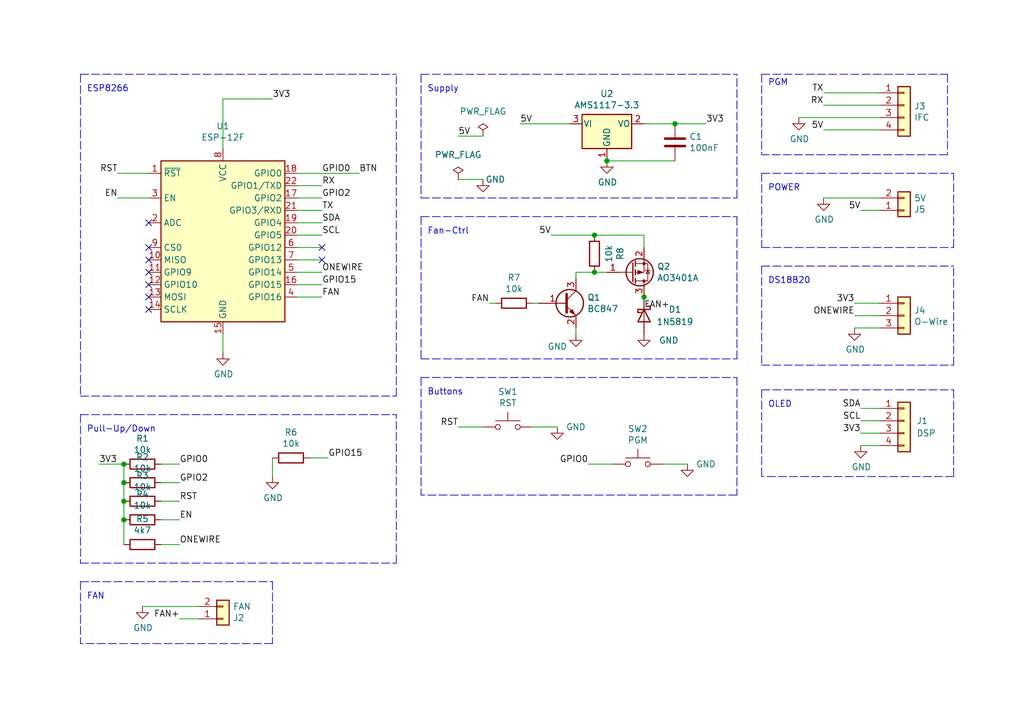
<source format=kicad_sch>
(kicad_sch (version 20211123) (generator eeschema)
  (paper "A5")
  (title_block (rev "2"))
  (lib_symbols
    (symbol "Connector_Generic:Conn_01x02" (pin_names (offset 1.016) hide)
      (property "Reference" "J" (at 0 2.54 0))
      (property "Value" "Conn_01x02" (at 0 -5.08 0))
      (symbol "Conn_01x02_1_1"
        (rectangle (start -1.27 -2.413) (end 0 -2.667) (stroke (width 0.1524)))
        (rectangle (start -1.27 0.127) (end 0 -0.127) (stroke (width 0.1524)))
        (rectangle (start -1.27 1.27) (end 1.27 -3.81) (stroke (width 0.254)) (fill (type background)))
        (pin passive line (at -5.08 0 0) (length 3.81) (name "Pin_1") (number "1"))
        (pin passive line (at -5.08 -2.54 0) (length 3.81) (name "Pin_2") (number "2"))
      )
    )
    (symbol "Connector_Generic:Conn_01x03" (pin_names (offset 1.016) hide)
      (property "Reference" "J" (at 0 5.08 0))
      (property "Value" "Conn_01x03" (at 0 -5.08 0))
      (symbol "Conn_01x03_1_1"
        (rectangle (start -1.27 -2.413) (end 0 -2.667) (stroke (width 0.1524)))
        (rectangle (start -1.27 0.127) (end 0 -0.127) (stroke (width 0.1524)))
        (rectangle (start -1.27 2.667) (end 0 2.413) (stroke (width 0.1524)))
        (rectangle (start -1.27 3.81) (end 1.27 -3.81) (stroke (width 0.254)) (fill (type background)))
        (pin passive line (at -5.08 2.54 0) (length 3.81) (name "Pin_1") (number "1"))
        (pin passive line (at -5.08 0 0) (length 3.81) (name "Pin_2") (number "2"))
        (pin passive line (at -5.08 -2.54 0) (length 3.81) (name "Pin_3") (number "3"))
      )
    )
    (symbol "Connector_Generic:Conn_01x04" (pin_names (offset 1.016) hide)
      (property "Reference" "J" (at 0 5.08 0))
      (property "Value" "Conn_01x04" (at 0 -7.62 0))
      (symbol "Conn_01x04_1_1"
        (rectangle (start -1.27 -4.953) (end 0 -5.207) (stroke (width 0.1524)))
        (rectangle (start -1.27 -2.413) (end 0 -2.667) (stroke (width 0.1524)))
        (rectangle (start -1.27 0.127) (end 0 -0.127) (stroke (width 0.1524)))
        (rectangle (start -1.27 2.667) (end 0 2.413) (stroke (width 0.1524)))
        (rectangle (start -1.27 3.81) (end 1.27 -6.35) (stroke (width 0.254)) (fill (type background)))
        (pin passive line (at -5.08 2.54 0) (length 3.81) (name "Pin_1") (number "1"))
        (pin passive line (at -5.08 0 0) (length 3.81) (name "Pin_2") (number "2"))
        (pin passive line (at -5.08 -2.54 0) (length 3.81) (name "Pin_3") (number "3"))
        (pin passive line (at -5.08 -5.08 0) (length 3.81) (name "Pin_4") (number "4"))
      )
    )
    (symbol "Device:C" (pin_numbers hide) (pin_names (offset 0.254))
      (property "Reference" "C" (at 0.635 2.54 0))
      (property "Value" "C" (at 0.635 -2.54 0))
      (symbol "C_0_1"
        (polyline (pts (xy -2.032 -0.762) (xy 2.032 -0.762)) (stroke (width 0.508)))
        (polyline (pts (xy -2.032 0.762) (xy 2.032 0.762)) (stroke (width 0.508)))
      )
      (symbol "C_1_1"
        (pin passive line (at 0 3.81 270) (length 2.794) (name "~") (number "1"))
        (pin passive line (at 0 -3.81 90) (length 2.794) (name "~") (number "2"))
      )
    )
    (symbol "Device:R" (pin_numbers hide) (pin_names (offset 0))
      (property "Reference" "R" (at 2.032 0 90))
      (property "Value" "R" (at 0 0 90))
      (symbol "R_0_1"
        (rectangle (start -1.016 -2.54) (end 1.016 2.54) (stroke (width 0.254)))
      )
      (symbol "R_1_1"
        (pin passive line (at 0 3.81 270) (length 1.27) (name "~") (number "1"))
        (pin passive line (at 0 -3.81 90) (length 1.27) (name "~") (number "2"))
      )
    )
    (symbol "Diode:1N5819" (pin_numbers hide) (pin_names (offset 1.016) hide)
      (property "Reference" "D" (at 0 2.54 0))
      (property "Value" "1N5819" (at 0 -2.54 0))
      (symbol "1N5819_0_1"
        (polyline (pts (xy 1.27 0) (xy -1.27 0)))
        (polyline (pts (xy 1.27 1.27) (xy 1.27 -1.27) (xy -1.27 0) (xy 1.27 1.27)) (stroke (width 0.254)))
        (polyline (pts (xy -1.905 0.635) (xy -1.905 1.27) (xy -1.27 1.27) (xy -1.27 -1.27) (xy -0.635 -1.27) (xy -0.635 -0.635)) (stroke (width 0.254)))
      )
      (symbol "1N5819_1_1"
        (pin passive line (at -3.81 0 0) (length 2.54) (name "K") (number "1"))
        (pin passive line (at 3.81 0 180) (length 2.54) (name "A") (number "2"))
      )
    )
    (symbol "Graphic:Logo_Open_Hardware_Small" (pin_names (offset 1.016))
      (symbol "Logo_Open_Hardware_Small_0_1"
        (polyline (pts (xy 3.3528 -4.3434) (xy 3.302 -4.318) (xy 3.175 -4.2418) (xy 2.9972 -4.1148) (xy 2.7686 -3.9624) (xy 2.54 -3.81) (xy 2.3622 -3.7084) (xy 2.2352 -3.6068) (xy 2.1844 -3.5814) (xy 2.159 -3.6068) (xy 2.0574 -3.6576) (xy 1.905 -3.7338) (xy 1.8034 -3.7846) (xy 1.6764 -3.8354) (xy 1.6002 -3.8354) (xy 1.6002 -3.8354) (xy 1.5494 -3.7338) (xy 1.4732 -3.5306) (xy 1.3462 -3.302) (xy 1.2446 -3.0226) (xy 1.1176 -2.7178) (xy 0.9652 -2.413) (xy 0.8636 -2.1082) (xy 0.7366 -1.8288) (xy 0.6604 -1.6256) (xy 0.6096 -1.4732) (xy 0.5842 -1.397) (xy 0.5842 -1.397) (xy 0.6604 -1.3208) (xy 0.7874 -1.2446) (xy 1.0414 -1.016) (xy 1.2954 -0.6858) (xy 1.4478 -0.3302) (xy 1.524 0.0762) (xy 1.4732 0.4572) (xy 1.3208 0.8128) (xy 1.0668 1.143) (xy 0.762 1.3716) (xy 0.4064 1.524) (xy 0 1.5748) (xy -0.381 1.5494) (xy -0.7366 1.397) (xy -1.0668 1.143) (xy -1.2192 0.9906) (xy -1.397 0.6604) (xy -1.524 0.3048) (xy -1.524 0.2286) (xy -1.4986 -0.1778) (xy -1.397 -0.5334) (xy -1.1938 -0.8636) (xy -0.9144 -1.143) (xy -0.8636 -1.1684) (xy -0.7366 -1.27) (xy -0.635 -1.3462) (xy -0.5842 -1.397) (xy -1.0668 -2.5908) (xy -1.143 -2.794) (xy -1.2954 -3.1242) (xy -1.397 -3.4036) (xy -1.4986 -3.6322) (xy -1.5748 -3.7846) (xy -1.6002 -3.8354) (xy -1.6002 -3.8354) (xy -1.651 -3.8354) (xy -1.7272 -3.81) (xy -1.905 -3.7338) (xy -2.0066 -3.683) (xy -2.1336 -3.6068) (xy -2.2098 -3.5814) (xy -2.2606 -3.6068) (xy -2.3622 -3.683) (xy -2.54 -3.81) (xy -2.7686 -3.9624) (xy -2.9718 -4.0894) (xy -3.1496 -4.2164) (xy -3.302 -4.318) (xy -3.3528 -4.3434) (xy -3.3782 -4.3434) (xy -3.429 -4.318) (xy -3.5306 -4.2164) (xy -3.7084 -4.064) (xy -3.937 -3.8354) (xy -3.9624 -3.81) (xy -4.1656 -3.6068) (xy -4.318 -3.4544) (xy -4.4196 -3.3274) (xy -4.445 -3.2766) (xy -4.445 -3.2766) (xy -4.4196 -3.2258) (xy -4.318 -3.0734) (xy -4.2164 -2.8956) (xy -4.064 -2.667) (xy -3.6576 -2.0828) (xy -3.8862 -1.5494) (xy -3.937 -1.3716) (xy -4.0386 -1.1684) (xy -4.0894 -1.0414) (xy -4.1148 -0.9652) (xy -4.191 -0.9398) (xy -4.318 -0.9144) (xy -4.5466 -0.8636) (xy -4.8006 -0.8128) (xy -5.0546 -0.7874) (xy -5.2578 -0.7366) (xy -5.4356 -0.7112) (xy -5.5118 -0.6858) (xy -5.5118 -0.6858) (xy -5.5372 -0.635) (xy -5.5372 -0.5588) (xy -5.5372 -0.4318) (xy -5.5626 -0.2286) (xy -5.5626 0.0762) (xy -5.5626 0.127) (xy -5.5372 0.4064) (xy -5.5372 0.635) (xy -5.5372 0.762) (xy -5.5372 0.8382) (xy -5.5372 0.8382) (xy -5.461 0.8382) (xy -5.3086 0.889) (xy -5.08 0.9144) (xy -4.826 0.9652) (xy -4.8006 0.9906) (xy -4.5466 1.0414) (xy -4.318 1.0668) (xy -4.1656 1.1176) (xy -4.0894 1.143) (xy -4.0894 1.143) (xy -4.0386 1.2446) (xy -3.9624 1.4224) (xy -3.8608 1.6256) (xy -3.7846 1.8288) (xy -3.7084 2.0066) (xy -3.6576 2.159) (xy -3.6322 2.2098) (xy -3.6322 2.2098) (xy -3.683 2.286) (xy -3.7592 2.413) (xy -3.8862 2.5908) (xy -4.064 2.8194) (xy -4.064 2.8448) (xy -4.2164 3.0734) (xy -4.3434 3.2512) (xy -4.4196 3.3782) (xy -4.445 3.4544) (xy -4.445 3.4544) (xy -4.3942 3.5052) (xy -4.2926 3.6322) (xy -4.1148 3.81) (xy -3.937 4.0132) (xy -3.8608 4.064) (xy -3.6576 4.2926) (xy -3.5052 4.4196) (xy -3.4036 4.4958) (xy -3.3528 4.5212) (xy -3.3528 4.5212) (xy -3.302 4.4704) (xy -3.1496 4.3688) (xy -2.9718 4.2418) (xy -2.7432 4.0894) (xy -2.7178 4.0894) (xy -2.4892 3.937) (xy -2.3114 3.81) (xy -2.1844 3.7084) (xy -2.1336 3.683) (xy -2.1082 3.683) (xy -2.032 3.7084) (xy -1.8542 3.7592) (xy -1.6764 3.8354) (xy -1.4732 3.937) (xy -1.27 4.0132) (xy -1.143 4.064) (xy -1.0668 4.1148) (xy -1.0668 4.1148) (xy -1.0414 4.191) (xy -1.016 4.3434) (xy -0.9652 4.572) (xy -0.9144 4.8514) (xy -0.889 4.9022) (xy -0.8382 5.1562) (xy -0.8128 5.3848) (xy -0.7874 5.5372) (xy -0.762 5.588) (xy -0.7112 5.6134) (xy -0.5842 5.6134) (xy -0.4064 5.6134) (xy -0.1524 5.6134) (xy 0.0762 5.6134) (xy 0.3302 5.6134) (xy 0.5334 5.6134) (xy 0.6858 5.588) (xy 0.7366 5.588) (xy 0.7366 5.588) (xy 0.762 5.5118) (xy 0.8128 5.334) (xy 0.8382 5.1054) (xy 0.9144 4.826) (xy 0.9144 4.7752) (xy 0.9652 4.5212) (xy 1.016 4.2926) (xy 1.0414 4.1402) (xy 1.0668 4.0894) (xy 1.0668 4.0894) (xy 1.1938 4.0386) (xy 1.3716 3.9624) (xy 1.5748 3.8608) (xy 2.0828 3.6576) (xy 2.7178 4.0894) (xy 2.7686 4.1402) (xy 2.9972 4.2926) (xy 3.175 4.4196) (xy 3.302 4.4958) (xy 3.3782 4.5212) (xy 3.3782 4.5212) (xy 3.429 4.4704) (xy 3.556 4.3434) (xy 3.7338 4.191) (xy 3.9116 3.9878) (xy 4.064 3.8354) (xy 4.2418 3.6576) (xy 4.3434 3.556) (xy 4.4196 3.4798) (xy 4.4196 3.429) (xy 4.4196 3.4036) (xy 4.3942 3.3274) (xy 4.2926 3.2004) (xy 4.1656 2.9972) (xy 4.0132 2.794) (xy 3.8862 2.5908) (xy 3.7592 2.3876) (xy 3.6576 2.2352) (xy 3.6322 2.159) (xy 3.6322 2.1336) (xy 3.683 2.0066) (xy 3.7592 1.8288) (xy 3.8608 1.6002) (xy 4.064 1.1176) (xy 4.3942 1.0414) (xy 4.5974 1.016) (xy 4.8768 0.9652) (xy 5.1308 0.9144) (xy 5.5372 0.8382) (xy 5.5626 -0.6604) (xy 5.4864 -0.6858) (xy 5.4356 -0.6858) (xy 5.2832 -0.7366) (xy 5.0546 -0.762) (xy 4.8006 -0.8128) (xy 4.5974 -0.8636) (xy 4.3688 -0.9144) (xy 4.2164 -0.9398) (xy 4.1402 -0.9398) (xy 4.1148 -0.9652) (xy 4.064 -1.0668) (xy 3.9878 -1.2446) (xy 3.9116 -1.4478) (xy 3.81 -1.651) (xy 3.7338 -1.8542) (xy 3.683 -2.0066) (xy 3.6576 -2.0828) (xy 3.683 -2.1336) (xy 3.7846 -2.2606) (xy 3.8862 -2.4638) (xy 4.0386 -2.667) (xy 4.191 -2.8956) (xy 4.318 -3.0734) (xy 4.3942 -3.2004) (xy 4.445 -3.2766) (xy 4.4196 -3.3274) (xy 4.3434 -3.429) (xy 4.1656 -3.5814) (xy 3.937 -3.8354) (xy 3.8862 -3.8608) (xy 3.683 -4.064) (xy 3.5306 -4.2164) (xy 3.4036 -4.318) (xy 3.3528 -4.3434)) (fill (type outline)))
      )
    )
    (symbol "RF_Module:ESP-12F"
      (property "Reference" "U" (at -12.7 19.05 0))
      (property "Value" "ESP-12F" (at 12.7 19.05 0))
      (symbol "ESP-12F_0_1"
        (rectangle (start -12.7 17.78) (end 12.7 -15.24) (stroke (width 0.254)) (fill (type background)))
      )
      (symbol "ESP-12F_1_1"
        (pin input line (at -15.24 15.24 0) (length 2.54) (name "~{RST}") (number "1"))
        (pin bidirectional line (at -15.24 -2.54 0) (length 2.54) (name "MISO") (number "10"))
        (pin bidirectional line (at -15.24 -5.08 0) (length 2.54) (name "GPIO9") (number "11"))
        (pin bidirectional line (at -15.24 -7.62 0) (length 2.54) (name "GPIO10") (number "12"))
        (pin bidirectional line (at -15.24 -10.16 0) (length 2.54) (name "MOSI") (number "13"))
        (pin bidirectional line (at -15.24 -12.7 0) (length 2.54) (name "SCLK") (number "14"))
        (pin power_in line (at 0 -17.78 90) (length 2.54) (name "GND") (number "15"))
        (pin bidirectional line (at 15.24 -7.62 180) (length 2.54) (name "GPIO15") (number "16"))
        (pin bidirectional line (at 15.24 10.16 180) (length 2.54) (name "GPIO2") (number "17"))
        (pin bidirectional line (at 15.24 15.24 180) (length 2.54) (name "GPIO0") (number "18"))
        (pin bidirectional line (at 15.24 5.08 180) (length 2.54) (name "GPIO4") (number "19"))
        (pin input line (at -15.24 5.08 0) (length 2.54) (name "ADC") (number "2"))
        (pin bidirectional line (at 15.24 2.54 180) (length 2.54) (name "GPIO5") (number "20"))
        (pin bidirectional line (at 15.24 7.62 180) (length 2.54) (name "GPIO3/RXD") (number "21"))
        (pin bidirectional line (at 15.24 12.7 180) (length 2.54) (name "GPIO1/TXD") (number "22"))
        (pin input line (at -15.24 10.16 0) (length 2.54) (name "EN") (number "3"))
        (pin bidirectional line (at 15.24 -10.16 180) (length 2.54) (name "GPIO16") (number "4"))
        (pin bidirectional line (at 15.24 -5.08 180) (length 2.54) (name "GPIO14") (number "5"))
        (pin bidirectional line (at 15.24 0 180) (length 2.54) (name "GPIO12") (number "6"))
        (pin bidirectional line (at 15.24 -2.54 180) (length 2.54) (name "GPIO13") (number "7"))
        (pin power_in line (at 0 20.32 270) (length 2.54) (name "VCC") (number "8"))
        (pin input line (at -15.24 0 0) (length 2.54) (name "CS0") (number "9"))
      )
    )
    (symbol "Regulator_Linear:AMS1117-3.3" (pin_names (offset 0.254))
      (property "Reference" "U" (at -3.81 3.175 0))
      (property "Value" "AMS1117-3.3" (at 0 3.175 0))
      (symbol "AMS1117-3.3_0_1"
        (rectangle (start -5.08 -5.08) (end 5.08 1.905) (stroke (width 0.254)) (fill (type background)))
      )
      (symbol "AMS1117-3.3_1_1"
        (pin power_in line (at 0 -7.62 90) (length 2.54) (name "GND") (number "1"))
        (pin power_out line (at 7.62 0 180) (length 2.54) (name "VO") (number "2"))
        (pin power_in line (at -7.62 0 0) (length 2.54) (name "VI") (number "3"))
      )
    )
    (symbol "Switch:SW_Push" (pin_numbers hide) (pin_names (offset 1.016) hide)
      (property "Reference" "SW" (at 1.27 2.54 0))
      (property "Value" "SW_Push" (at 0 -1.524 0))
      (symbol "SW_Push_0_1"
        (circle (center -2.032 0) (radius 0.508))
        (polyline (pts (xy 0 1.27) (xy 0 3.048)))
        (polyline (pts (xy 2.54 1.27) (xy -2.54 1.27)))
        (circle (center 2.032 0) (radius 0.508))
        (pin passive line (at -5.08 0 0) (length 2.54) (name "1") (number "1"))
        (pin passive line (at 5.08 0 180) (length 2.54) (name "2") (number "2"))
      )
    )
    (symbol "Transistor_BJT:BC847" (pin_names (offset 0) hide)
      (property "Reference" "Q" (at 5.08 1.905 0))
      (property "Value" "BC847" (at 5.08 0 0))
      (symbol "BC847_0_1"
        (polyline (pts (xy 0.635 0.635) (xy 2.54 2.54)))
        (polyline (pts (xy 0.635 -0.635) (xy 2.54 -2.54) (xy 2.54 -2.54)))
        (polyline (pts (xy 0.635 1.905) (xy 0.635 -1.905) (xy 0.635 -1.905)) (stroke (width 0.508)))
        (polyline (pts (xy 1.27 -1.778) (xy 1.778 -1.27) (xy 2.286 -2.286) (xy 1.27 -1.778) (xy 1.27 -1.778)) (fill (type outline)))
        (circle (center 1.27 0) (radius 2.8194) (stroke (width 0.254)))
      )
      (symbol "BC847_1_1"
        (pin input line (at -5.08 0 0) (length 5.715) (name "B") (number "1"))
        (pin passive line (at 2.54 -5.08 90) (length 2.54) (name "E") (number "2"))
        (pin passive line (at 2.54 5.08 270) (length 2.54) (name "C") (number "3"))
      )
    )
    (symbol "Transistor_FET:AO3401A" (pin_names hide)
      (property "Reference" "Q" (at 5.08 1.905 0))
      (property "Value" "AO3401A" (at 5.08 0 0))
      (symbol "AO3401A_0_1"
        (polyline (pts (xy 0.254 0) (xy -2.54 0)))
        (polyline (pts (xy 0.254 1.905) (xy 0.254 -1.905)) (stroke (width 0.254)))
        (polyline (pts (xy 0.762 -1.27) (xy 0.762 -2.286)) (stroke (width 0.254)))
        (polyline (pts (xy 0.762 0.508) (xy 0.762 -0.508)) (stroke (width 0.254)))
        (polyline (pts (xy 0.762 2.286) (xy 0.762 1.27)) (stroke (width 0.254)))
        (polyline (pts (xy 2.54 2.54) (xy 2.54 1.778)))
        (polyline (pts (xy 2.54 -2.54) (xy 2.54 0) (xy 0.762 0)))
        (polyline (pts (xy 0.762 1.778) (xy 3.302 1.778) (xy 3.302 -1.778) (xy 0.762 -1.778)))
        (polyline (pts (xy 2.286 0) (xy 1.27 0.381) (xy 1.27 -0.381) (xy 2.286 0)) (fill (type outline)))
        (polyline (pts (xy 2.794 -0.508) (xy 2.921 -0.381) (xy 3.683 -0.381) (xy 3.81 -0.254)))
        (polyline (pts (xy 3.302 -0.381) (xy 2.921 0.254) (xy 3.683 0.254) (xy 3.302 -0.381)))
        (circle (center 1.651 0) (radius 2.794) (stroke (width 0.254)))
        (circle (center 2.54 -1.778) (radius 0.254) (fill (type outline)))
        (circle (center 2.54 1.778) (radius 0.254) (fill (type outline)))
      )
      (symbol "AO3401A_1_1"
        (pin input line (at -5.08 0 0) (length 2.54) (name "G") (number "1"))
        (pin passive line (at 2.54 -5.08 90) (length 2.54) (name "S") (number "2"))
        (pin passive line (at 2.54 5.08 270) (length 2.54) (name "D") (number "3"))
      )
    )
    (symbol "power:GND" (power) (pin_names (offset 0))
      (property "Value" "GND" (at 0 -3.81 0))
      (symbol "GND_0_1"
        (polyline (pts (xy 0 0) (xy 0 -1.27) (xy 1.27 -1.27) (xy 0 -2.54) (xy -1.27 -1.27) (xy 0 -1.27)))
      )
      (symbol "GND_1_1"
        (pin power_in line (at 0 0 270) (length 0) hide (name "GND") (number "1"))
      )
    )
    (symbol "power:PWR_FLAG" (power) (pin_numbers hide) (pin_names (offset 0) hide)
      (property "Value" "PWR_FLAG" (at 0 3.81 0))
      (symbol "PWR_FLAG_0_0"
        (pin power_out line (at 0 0 90) (length 0) (name "pwr") (number "1"))
      )
      (symbol "PWR_FLAG_0_1"
        (polyline (pts (xy 0 0) (xy 0 1.27) (xy -1.016 1.905) (xy 0 2.54) (xy 1.016 1.905) (xy 0 1.27)))
      )
    )
  )
  (junction (at 138.43 25.4))
  (junction (at 132.08 60.96))
  (junction (at 121.92 55.88))
  (junction (at 124.46 33.02))
  (junction (at 25.4 102.87))
  (junction (at 25.4 106.68))
  (junction (at 121.92 48.26))
  (junction (at 25.4 99.06))
  (junction (at 25.4 95.25))
  (no_connect (at 30.48 50.8))
  (no_connect (at 30.48 63.5))
  (no_connect (at 30.48 45.72))
  (no_connect (at 30.48 53.34))
  (no_connect (at 30.48 58.42))
  (no_connect (at 66.04 53.34))
  (no_connect (at 66.04 50.8))
  (no_connect (at 30.48 55.88))
  (no_connect (at 30.48 60.96))
  (wire (pts (xy 132.08 60.96) (xy 132.08 63.5)))
  (polyline (pts (xy 156.21 80.01) (xy 195.58 80.01)))
  (wire (pts (xy 60.96 35.56) (xy 73.66 35.56)))
  (polyline (pts (xy 194.31 31.75) (xy 156.21 31.75)))
  (wire (pts (xy 25.4 106.68) (xy 25.4 111.76)))
  (wire (pts (xy 45.72 30.48) (xy 45.72 20.32)))
  (polyline (pts (xy 195.58 50.8) (xy 195.58 35.56)))
  (polyline (pts (xy 156.21 35.56) (xy 195.58 35.56)))
  (polyline (pts (xy 86.36 77.47) (xy 86.36 101.6)))
  (polyline (pts (xy 151.13 77.47) (xy 151.13 101.6)))
  (wire (pts (xy 63.5 93.98) (xy 67.31 93.98)))
  (wire (pts (xy 109.22 87.63) (xy 114.3 87.63)))
  (polyline (pts (xy 156.21 15.24) (xy 156.21 31.75)))
  (wire (pts (xy 100.33 62.23) (xy 101.6 62.23)))
  (wire (pts (xy 60.96 60.96) (xy 66.04 60.96)))
  (polyline (pts (xy 156.21 50.8) (xy 195.58 50.8)))
  (polyline (pts (xy 55.88 132.08) (xy 16.51 132.08)))
  (wire (pts (xy 93.98 27.94) (xy 99.06 27.94)))
  (polyline (pts (xy 156.21 54.61) (xy 156.21 74.93)))
  (wire (pts (xy 60.96 45.72) (xy 66.04 45.72)))
  (polyline (pts (xy 86.36 40.64) (xy 151.13 40.64)))
  (wire (pts (xy 33.02 106.68) (xy 36.83 106.68)))
  (polyline (pts (xy 16.51 85.09) (xy 81.28 85.09)))
  (wire (pts (xy 113.03 48.26) (xy 121.92 48.26)))
  (wire (pts (xy 36.83 102.87) (xy 33.02 102.87)))
  (polyline (pts (xy 195.58 97.79) (xy 156.21 97.79)))
  (polyline (pts (xy 16.51 15.24) (xy 16.51 81.28)))
  (wire (pts (xy 138.43 33.02) (xy 124.46 33.02)))
  (polyline (pts (xy 195.58 74.93) (xy 195.58 54.61)))
  (polyline (pts (xy 156.21 54.61) (xy 195.58 54.61)))
  (wire (pts (xy 66.04 50.8) (xy 60.96 50.8)))
  (wire (pts (xy 121.92 55.88) (xy 124.46 55.88)))
  (wire (pts (xy 29.21 124.46) (xy 40.64 124.46)))
  (polyline (pts (xy 55.88 119.38) (xy 55.88 132.08)))
  (polyline (pts (xy 16.51 81.28) (xy 81.28 81.28)))
  (wire (pts (xy 118.11 57.15) (xy 118.11 55.88)))
  (polyline (pts (xy 195.58 80.01) (xy 195.58 97.79)))
  (wire (pts (xy 180.34 19.05) (xy 168.91 19.05)))
  (wire (pts (xy 120.65 95.25) (xy 125.73 95.25)))
  (wire (pts (xy 25.4 106.68) (xy 25.4 102.87)))
  (wire (pts (xy 36.83 95.25) (xy 33.02 95.25)))
  (wire (pts (xy 118.11 67.31) (xy 118.11 68.58)))
  (wire (pts (xy 55.88 97.79) (xy 55.88 93.98)))
  (wire (pts (xy 168.91 21.59) (xy 180.34 21.59)))
  (wire (pts (xy 176.53 43.18) (xy 180.34 43.18)))
  (polyline (pts (xy 156.21 15.24) (xy 194.31 15.24)))
  (polyline (pts (xy 86.36 73.66) (xy 151.13 73.66)))
  (wire (pts (xy 45.72 20.32) (xy 55.88 20.32)))
  (wire (pts (xy 176.53 88.9) (xy 180.34 88.9)))
  (polyline (pts (xy 81.28 115.57) (xy 81.28 85.09)))
  (wire (pts (xy 93.98 36.83) (xy 99.06 36.83)))
  (wire (pts (xy 33.02 111.76) (xy 36.83 111.76)))
  (wire (pts (xy 60.96 58.42) (xy 66.04 58.42)))
  (polyline (pts (xy 194.31 15.24) (xy 194.31 31.75)))
  (wire (pts (xy 132.08 25.4) (xy 138.43 25.4)))
  (wire (pts (xy 168.91 40.64) (xy 180.34 40.64)))
  (polyline (pts (xy 81.28 81.28) (xy 81.28 15.24)))
  (wire (pts (xy 60.96 43.18) (xy 66.04 43.18)))
  (wire (pts (xy 180.34 62.23) (xy 175.26 62.23)))
  (polyline (pts (xy 151.13 40.64) (xy 151.13 15.24)))
  (wire (pts (xy 118.11 55.88) (xy 121.92 55.88)))
  (polyline (pts (xy 86.36 15.24) (xy 151.13 15.24)))
  (wire (pts (xy 180.34 64.77) (xy 175.26 64.77)))
  (wire (pts (xy 36.83 127) (xy 40.64 127)))
  (polyline (pts (xy 16.51 115.57) (xy 81.28 115.57)))
  (polyline (pts (xy 86.36 15.24) (xy 86.36 40.64)))
  (wire (pts (xy 175.26 67.31) (xy 180.34 67.31)))
  (wire (pts (xy 180.34 24.13) (xy 163.83 24.13)))
  (wire (pts (xy 176.53 91.44) (xy 180.34 91.44)))
  (polyline (pts (xy 151.13 101.6) (xy 86.36 101.6)))
  (polyline (pts (xy 16.51 85.09) (xy 16.51 115.57)))
  (polyline (pts (xy 86.36 77.47) (xy 151.13 77.47)))
  (wire (pts (xy 93.98 87.63) (xy 99.06 87.63)))
  (wire (pts (xy 25.4 95.25) (xy 20.32 95.25)))
  (wire (pts (xy 66.04 55.88) (xy 60.96 55.88)))
  (wire (pts (xy 24.13 40.64) (xy 30.48 40.64)))
  (wire (pts (xy 135.89 95.25) (xy 140.97 95.25)))
  (polyline (pts (xy 156.21 74.93) (xy 195.58 74.93)))
  (polyline (pts (xy 156.21 35.56) (xy 156.21 50.8)))
  (polyline (pts (xy 86.36 44.45) (xy 151.13 44.45)))
  (wire (pts (xy 168.91 26.67) (xy 180.34 26.67)))
  (wire (pts (xy 106.68 25.4) (xy 116.84 25.4)))
  (wire (pts (xy 66.04 53.34) (xy 60.96 53.34)))
  (polyline (pts (xy 16.51 119.38) (xy 16.51 132.08)))
  (wire (pts (xy 66.04 38.1) (xy 60.96 38.1)))
  (wire (pts (xy 25.4 99.06) (xy 25.4 95.25)))
  (wire (pts (xy 132.08 48.26) (xy 132.08 50.8)))
  (wire (pts (xy 60.96 40.64) (xy 66.04 40.64)))
  (wire (pts (xy 176.53 83.82) (xy 180.34 83.82)))
  (wire (pts (xy 109.22 62.23) (xy 110.49 62.23)))
  (polyline (pts (xy 86.36 44.45) (xy 86.36 73.66)))
  (polyline (pts (xy 156.21 80.01) (xy 156.21 97.79)))
  (polyline (pts (xy 16.51 119.38) (xy 55.88 119.38)))
  (wire (pts (xy 25.4 102.87) (xy 25.4 99.06)))
  (wire (pts (xy 36.83 99.06) (xy 33.02 99.06)))
  (polyline (pts (xy 151.13 73.66) (xy 151.13 44.45)))
  (wire (pts (xy 66.04 48.26) (xy 60.96 48.26)))
  (wire (pts (xy 176.53 86.36) (xy 180.34 86.36)))
  (wire (pts (xy 45.72 68.58) (xy 45.72 72.39)))
  (wire (pts (xy 121.92 48.26) (xy 132.08 48.26)))
  (wire (pts (xy 30.48 35.56) (xy 24.13 35.56)))
  (polyline (pts (xy 16.51 15.24) (xy 81.28 15.24)))
  (wire (pts (xy 138.43 25.4) (xy 144.78 25.4)))
  (text "DS18B20" (at 157.48 58.42 0) (effects (font (size 1.27 1.27)) (justify left bottom)))
  (text "Fan-Ctrl" (at 87.63 48.26 0) (effects (font (size 1.27 1.27)) (justify left bottom)))
  (text "ESP8266" (at 17.78 19.05 0) (effects (font (size 1.27 1.27)) (justify left bottom)))
  (text "Buttons" (at 87.63 81.28 0) (effects (font (size 1.27 1.27)) (justify left bottom)))
  (text "Supply\n" (at 87.63 19.05 0) (effects (font (size 1.27 1.27)) (justify left bottom)))
  (text "OLED" (at 157.48 83.82 0) (effects (font (size 1.27 1.27)) (justify left bottom)))
  (text "POWER" (at 157.48 39.37 0) (effects (font (size 1.27 1.27)) (justify left bottom)))
  (text "FAN" (at 17.78 123.19 0) (effects (font (size 1.27 1.27)) (justify left bottom)))
  (text "PGM" (at 157.48 17.78 0) (effects (font (size 1.27 1.27)) (justify left bottom)))
  (text "Pull-Up/Down" (at 17.78 88.9 0) (effects (font (size 1.27 1.27)) (justify left bottom)))
  (label "SDA" (at 176.53 83.82 180))
  (label "RX" (at 168.91 21.59 180))
  (label "EN" (at 24.13 40.64 180))
  (label "RST" (at 24.13 35.56 180))
  (label "5V" (at 113.03 48.26 180))
  (label "TX" (at 168.91 19.05 180))
  (label "GPIO2" (at 66.04 40.64 0))
  (label "FAN" (at 66.04 60.96 0))
  (label "GPIO2" (at 36.83 99.06 0))
  (label "5V" (at 168.91 26.67 180))
  (label "GPIO0" (at 36.83 95.25 0))
  (label "3V3" (at 20.32 95.25 0))
  (label "GPIO0" (at 66.04 35.56 0))
  (label "SCL" (at 66.04 48.26 0))
  (label "TX" (at 66.04 43.18 0))
  (label "3V3" (at 175.26 62.23 180))
  (label "RX" (at 66.04 38.1 0))
  (label "ONEWIRE" (at 66.04 55.88 0))
  (label "ONEWIRE" (at 36.83 111.76 0))
  (label "5V" (at 176.53 43.18 180))
  (label "RST" (at 93.98 87.63 180))
  (label "ONEWIRE" (at 175.26 64.77 180))
  (label "SCL" (at 176.53 86.36 180))
  (label "3V3" (at 176.53 88.9 180))
  (label "RST" (at 36.83 102.87 0))
  (label "3V3" (at 144.78 25.4 0))
  (label "GPIO15" (at 67.31 93.98 0))
  (label "FAN+" (at 36.83 127 180))
  (label "SDA" (at 66.04 45.72 0))
  (label "GPIO0" (at 120.65 95.25 180))
  (label "FAN+" (at 132.08 63.5 0))
  (label "3V3" (at 55.88 20.32 0))
  (label "EN" (at 36.83 106.68 0))
  (label "5V" (at 106.68 25.4 0))
  (label "5V" (at 93.98 27.94 0))
  (label "GPIO15" (at 66.04 58.42 0))
  (label "BTN" (at 73.66 35.56 0))
  (label "FAN" (at 100.33 62.23 180))
  (symbol (lib_id "power:GND") (at 124.46 33.02 0) (unit 1)
    (property "Reference" "#PWR05" (effects hide))
    (property "Value" "GND" (at 124.587 37.4142 0))
  )
  (symbol (lib_id "Regulator_Linear:AMS1117-3.3") (at 124.46 25.4 0) (unit 1)
    (property "Reference" "U2" (at 124.46 19.2532 0))
    (property "Value" "AMS1117-3.3" (at 124.46 21.5646 0))
    (property "Footprint" "Package_TO_SOT_SMD:SOT-223-3_TabPin2" (effects hide))
    (property "Datasheet" "http://www.advanced-monolithic.com/pdf/ds1117.pdf" (effects hide))
    (property "LCSC" "C6186" (effects hide))
  )
  (symbol (lib_id "Device:C") (at 138.43 29.21 0) (unit 1)
    (property "Reference" "C1" (at 141.351 28.0416 0) (effects (justify left)))
    (property "Value" "100nF" (at 141.351 30.353 0) (effects (justify left)))
    (property "Footprint" "Capacitor_SMD:C_0805_2012Metric" (effects hide))
    (property "LCSC" "C49678" (effects hide))
  )
  (symbol (lib_id "RF_Module:ESP-12F") (at 45.72 50.8 0) (unit 1)
    (property "Reference" "U1" (at 45.72 25.8826 0))
    (property "Value" "ESP-12F" (at 45.72 28.194 0))
    (property "Footprint" "RF_Module:ESP-12E" (effects hide))
    (property "Datasheet" "http://wiki.ai-thinker.com/_media/esp8266/esp8266_series_modules_user_manual_v1.1.pdf" (effects hide))
  )
  (symbol (lib_id "Device:R") (at 29.21 99.06 270) (unit 1)
    (property "Reference" "R2" (at 29.21 93.8022 90))
    (property "Value" "10k" (at 29.21 96.1136 90))
    (property "Footprint" "Resistor_SMD:R_0805_2012Metric" (effects hide))
    (property "LCSC" "C17414" (effects hide))
  )
  (symbol (lib_id "Device:R") (at 29.21 102.87 270) (unit 1)
    (property "Reference" "R3" (at 29.21 97.6122 90))
    (property "Value" "10k" (at 29.21 99.9236 90))
    (property "Footprint" "Resistor_SMD:R_0805_2012Metric" (effects hide))
    (property "LCSC" "C17414" (effects hide))
  )
  (symbol (lib_id "Device:R") (at 29.21 106.68 270) (unit 1)
    (property "Reference" "R4" (at 29.21 101.4222 90))
    (property "Value" "10k" (at 29.21 103.7336 90))
    (property "Footprint" "Resistor_SMD:R_0805_2012Metric" (effects hide))
    (property "LCSC" "C17414" (effects hide))
  )
  (symbol (lib_id "Device:R") (at 59.69 93.98 270) (unit 1)
    (property "Reference" "R6" (at 59.69 88.7222 90))
    (property "Value" "10k" (at 59.69 91.0336 90))
    (property "Footprint" "Resistor_SMD:R_0805_2012Metric" (effects hide))
    (property "LCSC" "C17414" (effects hide))
  )
  (symbol (lib_id "power:GND") (at 55.88 97.79 0) (unit 1)
    (property "Reference" "#PWR01" (effects hide))
    (property "Value" "GND" (at 56.007 102.1842 0))
  )
  (symbol (lib_id "Switch:SW_Push") (at 104.14 87.63 0) (unit 1)
    (property "Reference" "SW1" (at 104.14 80.391 0))
    (property "Value" "RST" (at 104.14 82.7024 0))
    (property "Footprint" "Button_Switch_SMD:SW_SPST_CK_RS282G05A3" (effects hide))
  )
  (symbol (lib_id "power:GND") (at 114.3 87.63 0) (unit 1)
    (property "Reference" "#PWR03" (effects hide))
    (property "Value" "GND" (at 118.11 87.63 0))
  )
  (symbol (lib_id "Switch:SW_Push") (at 130.81 95.25 0) (unit 1)
    (property "Reference" "SW2" (at 130.81 88.011 0))
    (property "Value" "PGM" (at 130.81 90.3224 0))
    (property "Footprint" "Button_Switch_SMD:SW_SPST_CK_RS282G05A3" (effects hide))
  )
  (symbol (lib_id "power:GND") (at 140.97 95.25 0) (unit 1)
    (property "Reference" "#PWR04" (effects hide))
    (property "Value" "GND" (at 144.78 95.25 0))
  )
  (symbol (lib_id "Connector_Generic:Conn_01x04") (at 185.42 21.59 0) (unit 1)
    (property "Reference" "J3" (at 187.452 21.7932 0) (effects (justify left)))
    (property "Value" "IFC" (at 187.452 24.1046 0) (effects (justify left)))
    (property "Footprint" "kicad_parts:JSTPH4" (effects hide))
  )
  (symbol (lib_id "Device:R") (at 105.41 62.23 270) (unit 1)
    (property "Reference" "R7" (at 105.41 56.9722 90))
    (property "Value" "10k" (at 105.41 59.2836 90))
    (property "Footprint" "Resistor_SMD:R_0805_2012Metric" (effects hide))
    (property "LCSC" "C17414" (effects hide))
  )
  (symbol (lib_id "Transistor_BJT:BC847") (at 115.57 62.23 0) (unit 1)
    (property "Reference" "Q1" (at 120.4214 61.0616 0) (effects (justify left)))
    (property "Value" "BC847" (at 120.4214 63.373 0) (effects (justify left)))
    (property "Footprint" "Package_TO_SOT_SMD:SOT-23" (effects hide))
    (property "Datasheet" "http://www.infineon.com/dgdl/Infineon-BC847SERIES_BC848SERIES_BC849SERIES_BC850SERIES-DS-v01_01-en.pdf?fileId=db3a304314dca389011541d4630a1657" (effects hide))
    (property "LCSC" "C2146" (effects hide))
  )
  (symbol (lib_id "power:GND") (at 118.11 68.58 0) (unit 1)
    (property "Reference" "#PWR06" (effects hide))
    (property "Value" "GND" (at 114.3 71.12 0))
  )
  (symbol (lib_id "Device:R") (at 29.21 95.25 270) (unit 1)
    (property "Reference" "R1" (at 29.21 89.9922 90))
    (property "Value" "10k" (at 29.21 92.3036 90))
    (property "Footprint" "Resistor_SMD:R_0805_2012Metric" (effects hide))
    (property "LCSC" "C17414" (effects hide))
  )
  (symbol (lib_id "Transistor_FET:AO3401A") (at 129.54 55.88 0) (mirror x) (unit 1)
    (property "Reference" "Q2" (at 134.747 54.7116 0) (effects (justify left)))
    (property "Value" "AO3401A" (at 134.747 57.023 0) (effects (justify left)))
    (property "Footprint" "Package_TO_SOT_SMD:SOT-23" (effects hide))
    (property "Datasheet" "http://www.aosmd.com/pdfs/datasheet/AO3401A.pdf" (effects hide))
    (property "LCSC" "C15127" (effects hide))
  )
  (symbol (lib_id "Device:R") (at 121.92 52.07 180) (unit 1)
    (property "Reference" "R8" (at 127.1778 52.07 90))
    (property "Value" "10k" (at 124.8664 52.07 90))
    (property "Footprint" "Resistor_SMD:R_0805_2012Metric" (effects hide))
    (property "LCSC" "C17414" (effects hide))
  )
  (symbol (lib_id "power:GND") (at 45.72 72.39 0) (unit 1)
    (property "Reference" "#PWR02" (effects hide))
    (property "Value" "GND" (at 45.847 76.7842 0))
  )
  (symbol (lib_id "Connector_Generic:Conn_01x03") (at 185.42 64.77 0) (unit 1)
    (property "Reference" "J4" (at 187.452 63.7032 0) (effects (justify left)))
    (property "Value" "O-Wire" (at 187.452 66.0146 0) (effects (justify left)))
    (property "Footprint" "Connector_PinHeader_2.54mm:PinHeader_1x03_P2.54mm_Vertical" (effects hide))
  )
  (symbol (lib_id "power:GND") (at 175.26 67.31 0) (unit 1)
    (property "Reference" "#PWR012" (effects hide))
    (property "Value" "GND" (at 175.387 71.7042 0))
  )
  (symbol (lib_id "Device:R") (at 29.21 111.76 270) (unit 1)
    (property "Reference" "R5" (at 29.21 106.5022 90))
    (property "Value" "4k7" (at 29.21 108.8136 90))
    (property "Footprint" "Resistor_SMD:R_0805_2012Metric" (effects hide))
    (property "LCSC" "C17673" (effects hide))
  )
  (symbol (lib_id "power:GND") (at 132.08 68.58 0) (unit 1)
    (property "Reference" "#PWR08" (effects hide))
    (property "Value" "GND" (at 137.16 69.85 0))
  )
  (symbol (lib_id "Diode:1N5819") (at 132.08 64.77 270) (unit 1)
    (property "Reference" "D1" (at 138.43 63.5 90))
    (property "Value" "1N5819" (at 138.43 66.04 90))
    (property "Footprint" "Diode_SMD:D_SMA" (effects hide))
    (property "Datasheet" "http://www.vishay.com/docs/88525/1n5817.pdf" (effects hide))
    (property "LCSC" "C8678" (effects hide))
  )
  (symbol (lib_id "power:GND") (at 163.83 24.13 0) (unit 1)
    (property "Reference" "#PWR09" (effects hide))
    (property "Value" "GND" (at 163.957 28.5242 0))
  )
  (symbol (lib_id "Graphic:Logo_Open_Hardware_Small") (at 157.48 187.96 0) (unit 1)
    (property "Reference" "#LOGO1" (effects hide))
    (property "Value" "Logo_Open_Hardware_Small" (at 157.48 180.4924 0))
  )
  (symbol (lib_id "power:GND") (at 29.21 124.46 0) (unit 1)
    (property "Reference" "#PWR010" (effects hide))
    (property "Value" "GND" (at 29.337 128.8542 0))
  )
  (symbol (lib_id "power:PWR_FLAG") (at 99.06 27.94 0) (unit 1)
    (property "Reference" "#FLG02" (effects hide))
    (property "Value" "PWR_FLAG" (at 99.06 22.86 0))
  )
  (symbol (lib_id "power:PWR_FLAG") (at 93.98 36.83 0) (unit 1)
    (property "Reference" "#FLG01" (effects hide))
    (property "Value" "PWR_FLAG" (at 93.98 31.75 0))
  )
  (symbol (lib_id "Connector_Generic:Conn_01x02") (at 45.72 127 0) (mirror x) (unit 1)
    (property "Reference" "J2" (at 47.752 126.7968 0) (effects (justify left)))
    (property "Value" "FAN" (at 47.752 124.4854 0) (effects (justify left)))
    (property "Footprint" "Connector_PinHeader_2.54mm:PinHeader_1x02_P2.54mm_Vertical" (effects hide))
  )
  (symbol (lib_id "Connector_Generic:Conn_01x02") (at 185.42 43.18 0) (mirror x) (unit 1)
    (property "Reference" "J5" (at 187.452 42.9768 0) (effects (justify left)))
    (property "Value" "5V" (at 187.452 40.6654 0) (effects (justify left)))
    (property "Footprint" "Connector_PinHeader_2.54mm:PinHeader_1x02_P2.54mm_Vertical" (effects hide))
  )
  (symbol (lib_id "Connector_Generic:Conn_01x04") (at 185.42 86.36 0) (unit 1)
    (property "Reference" "J1" (at 187.96 86.3599 0) (effects (justify left)))
    (property "Value" "DSP" (at 187.96 88.8999 0) (effects (justify left)))
    (property "Footprint" "Connector_PinHeader_2.54mm:PinHeader_1x04_P2.54mm_Vertical" (effects hide))
  )
  (symbol (lib_id "power:GND") (at 168.91 40.64 0) (unit 1)
    (property "Reference" "#PWR011" (effects hide))
    (property "Value" "GND" (at 169.037 45.0342 0))
  )
  (symbol (lib_id "power:GND") (at 176.53 91.44 0) (unit 1)
    (property "Reference" "#PWR013" (effects hide))
    (property "Value" "GND" (at 176.657 95.8342 0))
  )
  (symbol (lib_id "power:GND") (at 99.06 36.83 0) (unit 1)
    (property "Reference" "#PWR07" (effects hide))
    (property "Value" "GND" (at 101.6 36.83 0))
  )
)
</source>
